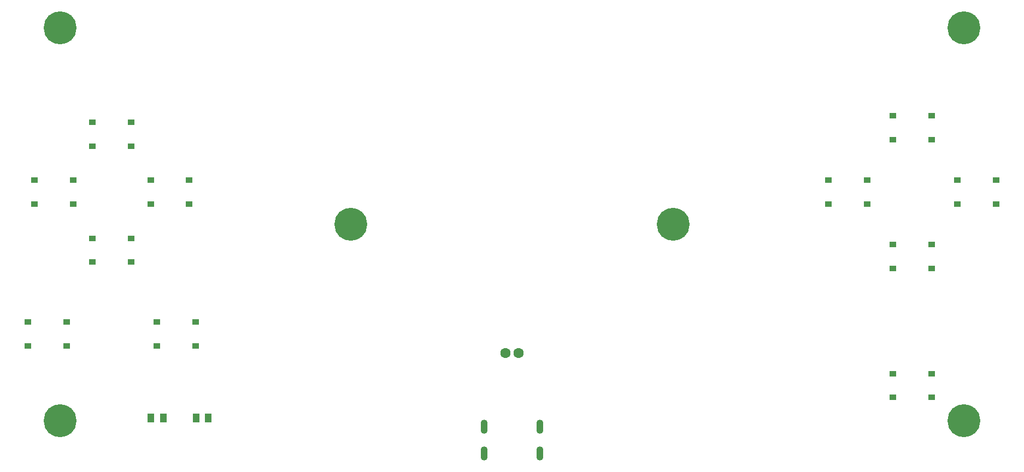
<source format=gts>
%TF.GenerationSoftware,KiCad,Pcbnew,9.99.0-5542-g9c1654c496*%
%TF.CreationDate,2026-02-21T09:19:05+00:00*%
%TF.ProjectId,esp32-emu-turbo,65737033-322d-4656-9d75-2d747572626f,rev?*%
%TF.SameCoordinates,Original*%
%TF.FileFunction,Soldermask,Top*%
%TF.FilePolarity,Negative*%
%FSLAX46Y46*%
G04 Gerber Fmt 4.6, Leading zero omitted, Abs format (unit mm)*
G04 Created by KiCad (PCBNEW 9.99.0-5542-g9c1654c496) date 2026-02-21 09:19:05*
%MOMM*%
%LPD*%
G01*
G04 APERTURE LIST*
G04 Aperture macros list*
%AMRoundRect*
0 Rectangle with rounded corners*
0 $1 Rounding radius*
0 $2 $3 $4 $5 $6 $7 $8 $9 X,Y pos of 4 corners*
0 Add a 4 corners polygon primitive as box body*
4,1,4,$2,$3,$4,$5,$6,$7,$8,$9,$2,$3,0*
0 Add four circle primitives for the rounded corners*
1,1,$1+$1,$2,$3*
1,1,$1+$1,$4,$5*
1,1,$1+$1,$6,$7*
1,1,$1+$1,$8,$9*
0 Add four rect primitives between the rounded corners*
20,1,$1+$1,$2,$3,$4,$5,0*
20,1,$1+$1,$4,$5,$6,$7,0*
20,1,$1+$1,$6,$7,$8,$9,0*
20,1,$1+$1,$8,$9,$2,$3,0*%
G04 Aperture macros list end*
%ADD10C,5.100000*%
%ADD11RoundRect,0.050000X-0.500000X-0.375000X0.500000X-0.375000X0.500000X0.375000X-0.500000X0.375000X0*%
%ADD12RoundRect,0.050000X-0.500000X-0.650000X0.500000X-0.650000X0.500000X0.650000X-0.500000X0.650000X0*%
%ADD13O,1.100000X2.200000*%
%ADD14C,1.600000*%
G04 APERTURE END LIST*
D10*
%TO.C,*%
X10000000Y-7000000D03*
%TD*%
%TO.C,*%
X150000000Y-7000000D03*
%TD*%
%TO.C,*%
X10000000Y-68000000D03*
%TD*%
%TO.C,*%
X150000000Y-68000000D03*
%TD*%
%TO.C,*%
X55000000Y-37500000D03*
%TD*%
%TO.C,*%
X105000000Y-37500000D03*
%TD*%
D11*
%TO.C,SW1*%
X15000000Y-21650000D03*
X21000000Y-21650000D03*
X15000000Y-25350000D03*
X21000000Y-25350000D03*
%TD*%
%TO.C,SW2*%
X15000000Y-39650000D03*
X21000000Y-39650000D03*
X15000000Y-43350000D03*
X21000000Y-43350000D03*
%TD*%
%TO.C,SW3*%
X6000000Y-30650000D03*
X12000000Y-30650000D03*
X6000000Y-34350000D03*
X12000000Y-34350000D03*
%TD*%
%TO.C,SW4*%
X24000000Y-30650000D03*
X30000000Y-30650000D03*
X24000000Y-34350000D03*
X30000000Y-34350000D03*
%TD*%
%TO.C,SW5*%
X139000000Y-20650000D03*
X145000000Y-20650000D03*
X139000000Y-24350000D03*
X145000000Y-24350000D03*
%TD*%
%TO.C,SW6*%
X149000000Y-30650000D03*
X155000000Y-30650000D03*
X149000000Y-34350000D03*
X155000000Y-34350000D03*
%TD*%
%TO.C,SW7*%
X139000000Y-40650000D03*
X145000000Y-40650000D03*
X139000000Y-44350000D03*
X145000000Y-44350000D03*
%TD*%
%TO.C,SW8*%
X129000000Y-30650000D03*
X135000000Y-30650000D03*
X129000000Y-34350000D03*
X135000000Y-34350000D03*
%TD*%
%TO.C,SW9*%
X5000000Y-52650000D03*
X11000000Y-52650000D03*
X5000000Y-56350000D03*
X11000000Y-56350000D03*
%TD*%
%TO.C,SW10*%
X25000000Y-52650000D03*
X31000000Y-52650000D03*
X25000000Y-56350000D03*
X31000000Y-56350000D03*
%TD*%
%TO.C,SW13*%
X139000000Y-60650000D03*
X145000000Y-60650000D03*
X139000000Y-64350000D03*
X145000000Y-64350000D03*
%TD*%
D12*
%TO.C,LED1*%
X24050000Y-67500000D03*
X25950000Y-67500000D03*
%TD*%
%TO.C,LED2*%
X31050000Y-67500000D03*
X32950000Y-67500000D03*
%TD*%
D13*
%TO.C,J1*%
X75680000Y-68895000D03*
X75680000Y-73075000D03*
X84320000Y-68895000D03*
X84320000Y-73075000D03*
%TD*%
D14*
%TO.C,J3*%
X81000000Y-57500000D03*
X79000000Y-57500000D03*
%TD*%
M02*

</source>
